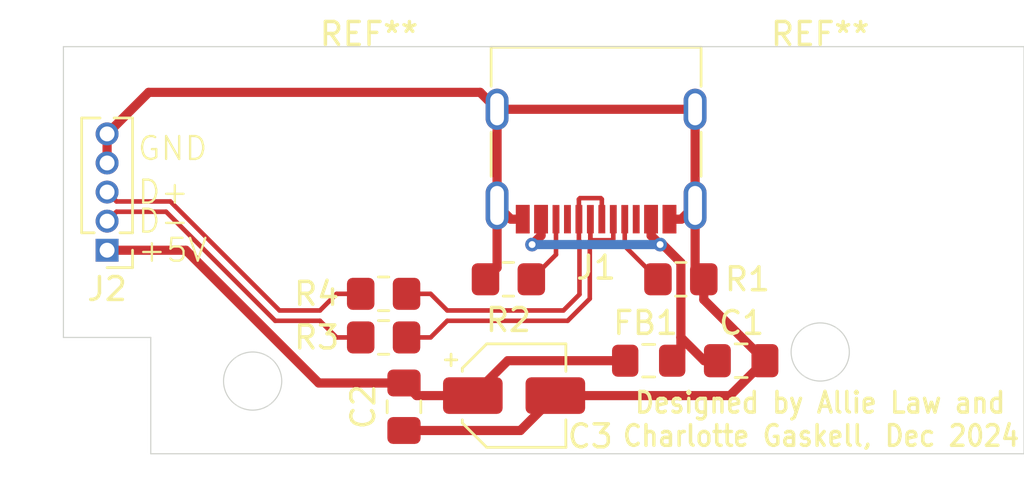
<source format=kicad_pcb>
(kicad_pcb (version 20240108) (generator "pcbnew") (generator_version "8.0")
  (layers (0 "F.Cu" signal) (31 "B.Cu" signal) (34 "B.Paste" user) (35 "F.Paste" user) (36 "B.SilkS" user "B.Silkscreen") (37 "F.SilkS" user "F.Silkscreen") (38 "B.Mask" user) (39 "F.Mask" user) (44 "Edge.Cuts" user))
  (net 0 "")
  (net 1 "GND")
  (net 2 "VBUS")
  (net 3 "+5V")
  (net 4 "/USB_D+")
  (net 5 "/USB_D-")
  (net 7 "Net-(J1-CC2)")
  (net 8 "Net-(J1-CC1)")
  (net 10 "/DEV_D+")
  (net 11 "/DEV_D-")
  (footprint "Resistor_SMD:R_0805_2012Metric_Pad1.20x1.40mm_HandSolder" (layer "F.Cu") (at 130.175 64.135 180)
    (property "Reference" "R4" (at 2.921 0 0) (layer "F.SilkS"))
    (property "Value" "22")
    (fp_line (start -0.227064 0.735) (end 0.227064 0.735) (stroke (width 0.12)) (layer "F.SilkS"))
    (fp_line (start -0.227064 -0.735) (end 0.227064 -0.735) (stroke (width 0.12)) (layer "F.SilkS"))
    (pad "1" smd roundrect (at -1 0 180) (size 1.2 1.4) (layers "F.Cu" "F.Paste" "F.Mask") (roundrect_rratio 0.208333) (net 4 "/USB_D+"))
    (pad "2" smd roundrect (at 1 0 180) (size 1.2 1.4) (layers "F.Cu" "F.Paste" "F.Mask") (roundrect_rratio 0.208333) (net 10 "/DEV_D+"))
  )
  (footprint "Capacitor_SMD:C_0805_2012Metric_Pad1.18x1.45mm_HandSolder" (layer "F.Cu") (at 145.7745 67.056)
    (property "Reference" "C1" (at 0.0215 -1.651 0) (layer "F.SilkS"))
    (property "Value" "10n")
    (fp_line (start -0.261252 -0.735) (end 0.261252 -0.735) (stroke (width 0.12)) (layer "F.SilkS"))
    (fp_line (start -0.261252 0.735) (end 0.261252 0.735) (stroke (width 0.12)) (layer "F.SilkS"))
    (pad "1" smd roundrect (at -1.0375 0) (size 1.175 1.45) (layers "F.Cu" "F.Paste" "F.Mask") (roundrect_rratio 0.212766) (net 2 "VBUS"))
    (pad "2" smd roundrect (at 1.0375 0) (size 1.175 1.45) (layers "F.Cu" "F.Paste" "F.Mask") (roundrect_rratio 0.212766) (net 1 "GND"))
  )
  (footprint "MountingHole:MountingHole_4mm" (layer "F.Cu") (at 129.54 57.785)
    (property "Reference" "REF**" (at 0 -5 0) (layer "F.SilkS"))
    (property "Value" "MountingHole_4mm")
    (pad "" np_thru_hole circle (at 0 0) (size 4 4) (drill 4) (layers "*.Cu" "*.Mask"))
  )
  (footprint "MountingHole:MountingHole_4mm" (layer "F.Cu") (at 149.225 57.785)
    (property "Reference" "REF**" (at 0 -5 0) (layer "F.SilkS"))
    (property "Value" "MountingHole_4mm")
    (pad "" np_thru_hole circle (at 0 0) (size 4 4) (drill 4) (layers "*.Cu" "*.Mask"))
  )
  (footprint "Capacitor_SMD:CP_Elec_4x4.5" (layer "F.Cu") (at 135.868 68.58)
    (property "Reference" "C3" (at 3.324 1.778 0) (layer "F.SilkS"))
    (property "Value" "4.7u")
    (fp_line (start -3 -1.56) (end -2.5 -1.56) (stroke (width 0.12)) (layer "F.SilkS"))
    (fp_line (start -2.75 -1.81) (end -2.75 -1.31) (stroke (width 0.12)) (layer "F.SilkS"))
    (fp_line (start -2.26 -1.195563) (end -2.26 -1.06) (stroke (width 0.12)) (layer "F.SilkS"))
    (fp_line (start -2.26 -1.195563) (end -1.195563 -2.26) (stroke (width 0.12)) (layer "F.SilkS"))
    (fp_line (start -2.26 1.195563) (end -2.26 1.06) (stroke (width 0.12)) (layer "F.SilkS"))
    (fp_line (start -2.26 1.195563) (end -1.195563 2.26) (stroke (width 0.12)) (layer "F.SilkS"))
    (fp_line (start -1.195563 -2.26) (end 2.26 -2.26) (stroke (width 0.12)) (layer "F.SilkS"))
    (fp_line (start -1.195563 2.26) (end 2.26 2.26) (stroke (width 0.12)) (layer "F.SilkS"))
    (fp_line (start 2.26 -2.26) (end 2.26 -1.06) (stroke (width 0.12)) (layer "F.SilkS"))
    (fp_line (start 2.26 2.26) (end 2.26 1.06) (stroke (width 0.12)) (layer "F.SilkS"))
    (pad "1" smd roundrect (at -1.8 0) (size 2.6 1.6) (layers "F.Cu" "F.Paste" "F.Mask") (roundrect_rratio 0.15625) (net 3 "+5V"))
    (pad "2" smd roundrect (at 1.8 0) (size 2.6 1.6) (layers "F.Cu" "F.Paste" "F.Mask") (roundrect_rratio 0.15625) (net 1 "GND"))
  )
  (footprint "Connector_USB:USB_C_Receptacle_G-Switch_GT-USB-7010ASV" (layer "F.Cu") (at 139.446 57.15 180)
    (property "Reference" "J1" (at 0 -5.842 0) (layer "F.SilkS"))
    (property "Value" "USB_C_Receptacle_USB2.0_16P")
    (fp_line (start 4.58 3.785) (end -4.58 3.785) (stroke (width 0.12)) (layer "F.SilkS"))
    (fp_line (start 4.58 2.08) (end 4.58 3.785) (stroke (width 0.12)) (layer "F.SilkS"))
    (fp_line (start 4.58 0.07) (end 4.58 -1.85) (stroke (width 0.12)) (layer "F.SilkS"))
    (fp_line (start -4.58 3.785) (end -4.58 2.08) (stroke (width 0.12)) (layer "F.SilkS"))
    (fp_line (start -4.58 -1.85) (end -4.58 0.07) (stroke (width 0.12)) (layer "F.SilkS"))
    (pad "" np_thru_hole circle (at -2.89 -2.605 180) (size 0.65 0.65) (drill 0.65) (layers "*.Cu" "*.Mask"))
    (pad "" np_thru_hole circle (at 2.89 -2.605 180) (size 0.65 0.65) (drill 0.65) (layers "*.Cu" "*.Mask"))
    (pad "A1" smd rect (at -3.2 -3.725 180) (size 0.6 1.24) (layers "F.Cu" "F.Paste" "F.Mask") (net 1 "GND"))
    (pad "A4" smd rect (at -2.4 -3.725 180) (size 0.6 1.24) (layers "F.Cu" "F.Paste" "F.Mask") (net 2 "VBUS"))
    (pad "A5" smd rect (at -1.25 -3.725 180) (size 0.3 1.24) (layers "F.Cu" "F.Paste" "F.Mask") (net 8 "Net-(J1-CC1)"))
    (pad "A6" smd rect (at -0.25 -3.725 180) (size 0.3 1.24) (layers "F.Cu" "F.Paste" "F.Mask") (net 4 "/USB_D+"))
    (pad "A7" smd rect (at 0.25 -3.725 180) (size 0.3 1.24) (layers "F.Cu" "F.Paste" "F.Mask") (net 5 "/USB_D-"))
    (pad "A8" smd rect (at 1.25 -3.725 180) (size 0.3 1.24) (layers "F.Cu" "F.Paste" "F.Mask"))
    (pad "A9" smd rect (at 2.4 -3.725 180) (size 0.6 1.24) (layers "F.Cu" "F.Paste" "F.Mask") (net 2 "VBUS"))
    (pad "A12" smd rect (at 3.2 -3.725 180) (size 0.6 1.24) (layers "F.Cu" "F.Paste" "F.Mask") (net 1 "GND"))
    (pad "B1" smd rect (at 3.2 -3.725 180) (size 0.6 1.24) (layers "F.Cu" "F.Paste" "F.Mask") (net 1 "GND"))
    (pad "B4" smd rect (at 2.4 -3.725 180) (size 0.6 1.24) (layers "F.Cu" "F.Paste" "F.Mask") (net 2 "VBUS"))
    (pad "B5" smd rect (at 1.75 -3.725 180) (size 0.3 1.24) (layers "F.Cu" "F.Paste" "F.Mask") (net 7 "Net-(J1-CC2)"))
    (pad "B6" smd rect (at 0.75 -3.725 180) (size 0.3 1.24) (layers "F.Cu" "F.Paste" "F.Mask") (net 4 "/USB_D+"))
    (pad "B7" smd rect (at -0.75 -3.725 180) (size 0.3 1.24) (layers "F.Cu" "F.Paste" "F.Mask") (net 5 "/USB_D-"))
    (pad "B8" smd rect (at -1.75 -3.725 180) (size 0.3 1.24) (layers "F.Cu" "F.Paste" "F.Mask"))
    (pad "B9" smd rect (at -2.4 -3.725 180) (size 0.6 1.24) (layers "F.Cu" "F.Paste" "F.Mask") (net 2 "VBUS"))
    (pad "B12" smd rect (at -3.2 -3.725 180) (size 0.6 1.24) (layers "F.Cu" "F.Paste" "F.Mask") (net 1 "GND"))
    (pad "S1" thru_hole oval (at -4.32 -3.125 180) (size 1 2.1) (drill oval 0.6 1.7) (layers "*.Cu" "*.Mask") (net 1 "GND"))
    (pad "S1" thru_hole oval (at -4.32 1.075 180) (size 1 1.8) (drill oval 0.6 1.4) (layers "*.Cu" "*.Mask") (net 1 "GND"))
    (pad "S1" thru_hole oval (at 4.32 -3.125 180) (size 1 2.1) (drill oval 0.6 1.7) (layers "*.Cu" "*.Mask") (net 1 "GND"))
    (pad "S1" thru_hole oval (at 4.32 1.075 180) (size 1 1.8) (drill oval 0.6 1.4) (layers "*.Cu" "*.Mask") (net 1 "GND"))
  )
  (footprint "Resistor_SMD:R_0805_2012Metric_Pad1.20x1.40mm_HandSolder" (layer "F.Cu") (at 130.175 66.04 180)
    (property "Reference" "R3" (at 2.921 0 0) (layer "F.SilkS"))
    (property "Value" "22")
    (fp_line (start -0.227064 0.735) (end 0.227064 0.735) (stroke (width 0.12)) (layer "F.SilkS"))
    (fp_line (start -0.227064 -0.735) (end 0.227064 -0.735) (stroke (width 0.12)) (layer "F.SilkS"))
    (pad "1" smd roundrect (at -1 0 180) (size 1.2 1.4) (layers "F.Cu" "F.Paste" "F.Mask") (roundrect_rratio 0.208333) (net 5 "/USB_D-"))
    (pad "2" smd roundrect (at 1 0 180) (size 1.2 1.4) (layers "F.Cu" "F.Paste" "F.Mask") (roundrect_rratio 0.208333) (net 11 "/DEV_D-"))
  )
  (footprint "Resistor_SMD:R_0805_2012Metric_Pad1.20x1.40mm_HandSolder" (layer "F.Cu") (at 143.145 63.5)
    (property "Reference" "R1" (at 2.905 0 0) (layer "F.SilkS"))
    (property "Value" "5K1")
    (fp_line (start -0.227064 -0.735) (end 0.227064 -0.735) (stroke (width 0.12)) (layer "F.SilkS"))
    (fp_line (start -0.227064 0.735) (end 0.227064 0.735) (stroke (width 0.12)) (layer "F.SilkS"))
    (pad "1" smd roundrect (at -1 0) (size 1.2 1.4) (layers "F.Cu" "F.Paste" "F.Mask") (roundrect_rratio 0.208333) (net 8 "Net-(J1-CC1)"))
    (pad "2" smd roundrect (at 1 0) (size 1.2 1.4) (layers "F.Cu" "F.Paste" "F.Mask") (roundrect_rratio 0.208333) (net 1 "GND"))
  )
  (footprint "Capacitor_SMD:C_0805_2012Metric_Pad1.18x1.45mm_HandSolder" (layer "F.Cu") (at 131.064 69.0665 -90)
    (property "Reference" "C2" (at 0 1.778 90) (layer "F.SilkS"))
    (property "Value" "100n")
    (fp_line (start -0.261252 0.735) (end 0.261252 0.735) (stroke (width 0.12)) (layer "F.SilkS"))
    (fp_line (start -0.261252 -0.735) (end 0.261252 -0.735) (stroke (width 0.12)) (layer "F.SilkS"))
    (pad "1" smd roundrect (at -1.0375 0 270) (size 1.175 1.45) (layers "F.Cu" "F.Paste" "F.Mask") (roundrect_rratio 0.212766) (net 3 "+5V"))
    (pad "2" smd roundrect (at 1.0375 0 270) (size 1.175 1.45) (layers "F.Cu" "F.Paste" "F.Mask") (roundrect_rratio 0.212766) (net 1 "GND"))
  )
  (footprint "Resistor_SMD:R_0805_2012Metric_Pad1.20x1.40mm_HandSolder" (layer "F.Cu") (at 135.62 63.5 180)
    (property "Reference" "R2" (at 0 -1.778 0) (layer "F.SilkS"))
    (property "Value" "5K1")
    (fp_line (start -0.227064 0.735) (end 0.227064 0.735) (stroke (width 0.12)) (layer "F.SilkS"))
    (fp_line (start -0.227064 -0.735) (end 0.227064 -0.735) (stroke (width 0.12)) (layer "F.SilkS"))
    (pad "1" smd roundrect (at -1 0 180) (size 1.2 1.4) (layers "F.Cu" "F.Paste" "F.Mask") (roundrect_rratio 0.208333) (net 7 "Net-(J1-CC2)"))
    (pad "2" smd roundrect (at 1 0 180) (size 1.2 1.4) (layers "F.Cu" "F.Paste" "F.Mask") (roundrect_rratio 0.208333) (net 1 "GND"))
  )
  (footprint "Inductor_SMD:L_0805_2012Metric_Pad1.15x1.40mm_HandSolder" (layer "F.Cu") (at 141.741 67.056 180)
    (property "Reference" "FB1" (at 0.136 1.651 0) (layer "F.SilkS"))
    (property "Value" "FerriteBead")
    (fp_line (start -0.261252 0.71) (end 0.261252 0.71) (stroke (width 0.12)) (layer "F.SilkS"))
    (fp_line (start -0.261252 -0.71) (end 0.261252 -0.71) (stroke (width 0.12)) (layer "F.SilkS"))
    (pad "1" smd roundrect (at -1.025 0 180) (size 1.15 1.4) (layers "F.Cu" "F.Paste" "F.Mask") (roundrect_rratio 0.217391) (net 2 "VBUS"))
    (pad "2" smd roundrect (at 1.025 0 180) (size 1.15 1.4) (layers "F.Cu" "F.Paste" "F.Mask") (roundrect_rratio 0.217391) (net 3 "+5V"))
  )
  (footprint "Connector_PinHeader_1.27mm:PinHeader_1x05_P1.27mm_Vertical" (layer "F.Cu") (at 118.11 62.23 180)
    (property "Reference" "J2" (at 0 -1.695 0) (layer "F.SilkS"))
    (property "Value" "Conn_01x05")
    (fp_line (start 1.11 0.76) (end 1.11 5.775) (stroke (width 0.12)) (layer "F.SilkS"))
    (fp_line (start 0.563471 0.76) (end 1.11 0.76) (stroke (width 0.12)) (layer "F.SilkS"))
    (fp_line (start 0.30753 5.775) (end 1.11 5.775) (stroke (width 0.12)) (layer "F.SilkS"))
    (fp_line (start -1.11 5.775) (end -0.30753 5.775) (stroke (width 0.12)) (layer "F.SilkS"))
    (fp_line (start -1.11 0.76) (end -0.563471 0.76) (stroke (width 0.12)) (layer "F.SilkS"))
    (fp_line (start -1.11 0.76) (end -1.11 5.775) (stroke (width 0.12)) (layer "F.SilkS"))
    (fp_line (start -1.11 0) (end -1.11 -0.76) (stroke (width 0.12)) (layer "F.SilkS"))
    (fp_line (start -1.11 -0.76) (end 0 -0.76) (stroke (width 0.12)) (layer "F.SilkS"))
    (pad "1" thru_hole rect (at 0 0 180) (size 1 1) (drill 0.65) (layers "*.Cu" "*.Mask") (net 3 "+5V"))
    (pad "2" thru_hole oval (at 0 1.27 180) (size 1 1) (drill 0.65) (layers "*.Cu" "*.Mask") (net 11 "/DEV_D-"))
    (pad "3" thru_hole oval (at 0 2.54 180) (size 1 1) (drill 0.65) (layers "*.Cu" "*.Mask") (net 10 "/DEV_D+"))
    (pad "4" thru_hole oval (at 0 3.81 180) (size 1 1) (drill 0.65) (layers "*.Cu" "*.Mask") (net 1 "GND"))
    (pad "5" thru_hole oval (at 0 5.08 180) (size 1 1) (drill 0.65) (layers "*.Cu" "*.Mask") (net 1 "GND"))
  )
  (gr_line (start 120.015 66.04) (end 116.205 66.04) (stroke (width 0.05)) (layer "Edge.Cuts"))
  (gr_line (start 158.115 53.34) (end 116.205 53.34) (stroke (width 0.05)) (layer "Edge.Cuts"))
  (gr_line (start 158.115 71.12) (end 120.015 71.12) (stroke (width 0.05)) (layer "Edge.Cuts"))
  (gr_line (start 120.015 71.12) (end 120.015 66.04) (stroke (width 0.05)) (layer "Edge.Cuts"))
  (gr_circle (center 124.46 67.945) (end 125.73 67.945) (stroke (width 0.05)) (fill none) (layer "Edge.Cuts"))
  (gr_line (start 116.205 53.34) (end 116.205 66.04) (stroke (width 0.05)) (layer "Edge.Cuts"))
  (gr_circle (center 149.225 66.675) (end 150.495 66.675) (stroke (width 0.05)) (fill none) (layer "Edge.Cuts"))
  (gr_line (start 158.115 71.12) (end 158.115 53.34) (stroke (width 0.05)) (layer "Edge.Cuts"))
  (gr_text "Designed by Allie Law and \nCharlotte Gaskell, Dec 2024" (at 157.988 70.866 0) (layer "F.SilkS") (effects (font (size 0.9 0.8) (thickness 0.15) (bold yes)) (justify right bottom)))
  (gr_text "D-" (at 119.38 60.96 0) (layer "F.SilkS") (effects (font (size 1 1) (thickness 0.1)) (justify left)))
  (gr_text "GND" (at 119.38 57.785 0) (layer "F.SilkS") (effects (font (size 1 1) (thickness 0.1)) (justify left)))
  (gr_text "+5V" (at 119.38 62.23 0) (layer "F.SilkS") (effects (font (size 1 1) (thickness 0.1)) (justify left)))
  (gr_text "D+" (at 119.38 59.69 0) (layer "F.SilkS") (effects (font (size 1 1) (thickness 0.1)) (justify left)))
  (segment (start 135.126 56.075) (end 143.766 56.075) (width 0.4) (layer "F.Cu") (net 1))
  (segment (start 135.126 60.275) (end 135.126 62.994) (width 0.4) (layer "F.Cu") (net 1))
  (segment (start 143.766 63.121) (end 144.145 63.5) (width 0.4) (layer "F.Cu") (net 1))
  (segment (start 118.11 58.42) (end 118.11 57.15) (width 0.4) (layer "F.Cu") (net 1))
  (segment (start 135.126 62.994) (end 134.62 63.5) (width 0.4) (layer "F.Cu") (net 1))
  (segment (start 145.288 68.58) (end 146.812 67.056) (width 0.4) (layer "F.Cu") (net 1))
  (segment (start 144.145 64.389) (end 146.812 67.056) (width 0.4) (layer "F.Cu") (net 1))
  (segment (start 137.668 68.58) (end 145.288 68.58) (width 0.4) (layer "F.Cu") (net 1))
  (segment (start 136.246 60.875) (end 135.726 60.875) (width 0.4) (layer "F.Cu") (net 1))
  (segment (start 143.166 60.875) (end 143.766 60.275) (width 0.4) (layer "F.Cu") (net 1))
  (segment (start 135.126 60.275) (end 135.126 56.075) (width 0.4) (layer "F.Cu") (net 1))
  (segment (start 119.925 55.335) (end 134.386 55.335) (width 0.4) (layer "F.Cu") (net 1))
  (segment (start 143.766 56.075) (end 143.766 60.275) (width 0.4) (layer "F.Cu") (net 1))
  (segment (start 142.646 60.875) (end 143.166 60.875) (width 0.4) (layer "F.Cu") (net 1))
  (segment (start 118.11 57.15) (end 119.925 55.335) (width 0.4) (layer "F.Cu") (net 1))
  (segment (start 144.145 63.5) (end 144.145 64.389) (width 0.4) (layer "F.Cu") (net 1))
  (segment (start 131.064 70.104) (end 136.144 70.104) (width 0.4) (layer "F.Cu") (net 1))
  (segment (start 143.766 60.275) (end 143.766 63.121) (width 0.4) (layer "F.Cu") (net 1))
  (segment (start 136.144 70.104) (end 137.668 68.58) (width 0.4) (layer "F.Cu") (net 1))
  (segment (start 134.386 55.335) (end 135.126 56.075) (width 0.4) (layer "F.Cu") (net 1))
  (segment (start 135.726 60.875) (end 135.126 60.275) (width 0.4) (layer "F.Cu") (net 1))
  (segment (start 142.354451 61.983285) (end 143.145 62.773834) (width 0.4) (layer "F.Cu") (net 2))
  (segment (start 137.046 61.59089) (end 136.653605 61.983285) (width 0.4) (layer "F.Cu") (net 2))
  (segment (start 142.238395 61.983285) (end 142.354451 61.983285) (width 0.4) (layer "F.Cu") (net 2))
  (segment (start 143.145 66.04) (end 143.145 66.677) (width 0.4) (layer "F.Cu") (net 2))
  (segment (start 137.046 60.875) (end 137.046 61.59089) (width 0.4) (layer "F.Cu") (net 2))
  (segment (start 144.737 67.056) (end 144.161 67.056) (width 0.4) (layer "F.Cu") (net 2))
  (segment (start 144.161 67.056) (end 143.145 66.04) (width 0.4) (layer "F.Cu") (net 2))
  (segment (start 141.846 61.59089) (end 141.846 60.875) (width 0.4) (layer "F.Cu") (net 2))
  (segment (start 143.145 66.677) (end 142.766 67.056) (width 0.4) (layer "F.Cu") (net 2))
  (segment (start 143.145 62.773834) (end 143.145 66.04) (width 0.4) (layer "F.Cu") (net 2))
  (segment (start 142.238395 61.983285) (end 141.846 61.59089) (width 0.4) (layer "F.Cu") (net 2))
  (via (at 142.238395 61.983285) (size 0.6) (drill 0.3) (layers "F.Cu" "B.Cu") (net 2))
  (via (at 136.653605 61.983285) (size 0.6) (drill 0.3) (layers "F.Cu" "B.Cu") (net 2))
  (segment (start 136.653605 61.983285) (end 142.238395 61.983285) (width 0.4) (layer "B.Cu") (net 2))
  (segment (start 134.068 68.58) (end 131.615 68.58) (width 0.4) (layer "F.Cu") (net 3))
  (segment (start 135.592 67.056) (end 140.716 67.056) (width 0.4) (layer "F.Cu") (net 3))
  (segment (start 121.545027 62.23) (end 118.11 62.23) (width 0.4) (layer "F.Cu") (net 3))
  (segment (start 134.068 68.58) (end 135.592 67.056) (width 0.4) (layer "F.Cu") (net 3))
  (segment (start 131.064 68.029) (end 127.344027 68.029) (width 0.4) (layer "F.Cu") (net 3))
  (segment (start 127.344027 68.029) (end 121.545027 62.23) (width 0.4) (layer "F.Cu") (net 3))
  (segment (start 131.615 68.58) (end 131.064 68.029) (width 0.4) (layer "F.Cu") (net 3))
  (segment (start 138.746 59.955) (end 138.696 60.005) (width 0.2) (layer "F.Cu") (net 4))
  (segment (start 138.696 61.805001) (end 138.696 60.875) (width 0.2) (layer "F.Cu") (net 4))
  (segment (start 138.721 61.830001) (end 138.696 61.805001) (width 0.2) (layer "F.Cu") (net 4))
  (segment (start 138.721 64.1608) (end 138.721 61.830001) (width 0.2) (layer "F.Cu") (net 4))
  (segment (start 139.646 59.955) (end 138.746 59.955) (width 0.2) (layer "F.Cu") (net 4))
  (segment (start 139.696 60.875) (end 139.696 60.005) (width 0.2) (layer "F.Cu") (net 4))
  (segment (start 132.225001 64.135) (end 132.952501 64.8625) (width 0.2) (layer "F.Cu") (net 4))
  (segment (start 138.0193 64.8625) (end 138.721 64.1608) (width 0.2) (layer "F.Cu") (net 4))
  (segment (start 138.696 60.005) (end 138.696 60.875) (width 0.2) (layer "F.Cu") (net 4))
  (segment (start 131.175 64.135) (end 132.225001 64.135) (width 0.2) (layer "F.Cu") (net 4))
  (segment (start 132.952501 64.8625) (end 138.0193 64.8625) (width 0.2) (layer "F.Cu") (net 4))
  (segment (start 139.696 60.005) (end 139.646 59.955) (width 0.2) (layer "F.Cu") (net 4))
  (segment (start 131.175 66.04) (end 132.225001 66.04) (width 0.2) (layer "F.Cu") (net 5))
  (segment (start 139.171 61.830001) (end 139.196 61.805001) (width 0.2) (layer "F.Cu") (net 5))
  (segment (start 139.246 61.795) (end 140.146 61.795) (width 0.2) (layer "F.Cu") (net 5))
  (segment (start 138.2057 65.3125) (end 139.171 64.3472) (width 0.2) (layer "F.Cu") (net 5))
  (segment (start 140.196 61.745) (end 140.196 60.875) (width 0.2) (layer "F.Cu") (net 5))
  (segment (start 139.196 60.875) (end 139.196 61.745) (width 0.2) (layer "F.Cu") (net 5))
  (segment (start 139.196 61.805001) (end 139.196 60.875) (width 0.2) (layer "F.Cu") (net 5))
  (segment (start 139.171 64.3472) (end 139.171 61.830001) (width 0.2) (layer "F.Cu") (net 5))
  (segment (start 139.196 61.745) (end 139.246 61.795) (width 0.2) (layer "F.Cu") (net 5))
  (segment (start 132.952501 65.3125) (end 138.2057 65.3125) (width 0.2) (layer "F.Cu") (net 5))
  (segment (start 132.225001 66.04) (end 132.952501 65.3125) (width 0.2) (layer "F.Cu") (net 5))
  (segment (start 140.146 61.795) (end 140.196 61.745) (width 0.2) (layer "F.Cu") (net 5))
  (segment (start 137.696 62.424) (end 137.696 60.875) (width 0.2) (layer "F.Cu") (net 7))
  (segment (start 136.62 63.5) (end 137.696 62.424) (width 0.2) (layer "F.Cu") (net 7))
  (segment (start 140.696 60.875) (end 140.696 62.051) (width 0.2) (layer "F.Cu") (net 8))
  (segment (start 140.696 62.051) (end 142.145 63.5) (width 0.2) (layer "F.Cu") (net 8))
  (segment (start 125.6327 64.8625) (end 120.870199 60.099999) (width 0.2) (layer "F.Cu") (net 10))
  (segment (start 128.124999 64.135) (end 127.397499 64.8625) (width 0.2) (layer "F.Cu") (net 10))
  (segment (start 127.397499 64.8625) (end 125.6327 64.8625) (width 0.2) (layer "F.Cu") (net 10))
  (segment (start 129.175 64.135) (end 128.124999 64.135) (width 0.2) (layer "F.Cu") (net 10))
  (segment (start 120.870199 60.099999) (end 118.519999 60.099999) (width 0.2) (layer "F.Cu") (net 10))
  (segment (start 118.519999 60.099999) (end 118.11 59.69) (width 0.2) (layer "F.Cu") (net 10))
  (segment (start 118.519999 60.550001) (end 118.11 60.96) (width 0.2) (layer "F.Cu") (net 11))
  (segment (start 120.683801 60.550001) (end 118.519999 60.550001) (width 0.2) (layer "F.Cu") (net 11))
  (segment (start 125.4463 65.3125) (end 120.683801 60.550001) (width 0.2) (layer "F.Cu") (net 11))
  (segment (start 128.124999 66.04) (end 127.397499 65.3125) (width 0.2) (layer "F.Cu") (net 11))
  (segment (start 127.397499 65.3125) (end 125.4463 65.3125) (width 0.2) (layer "F.Cu") (net 11))
  (segment (start 129.175 66.04) (end 128.124999 66.04) (width 0.2) (layer "F.Cu") (net 11))
)
</source>
